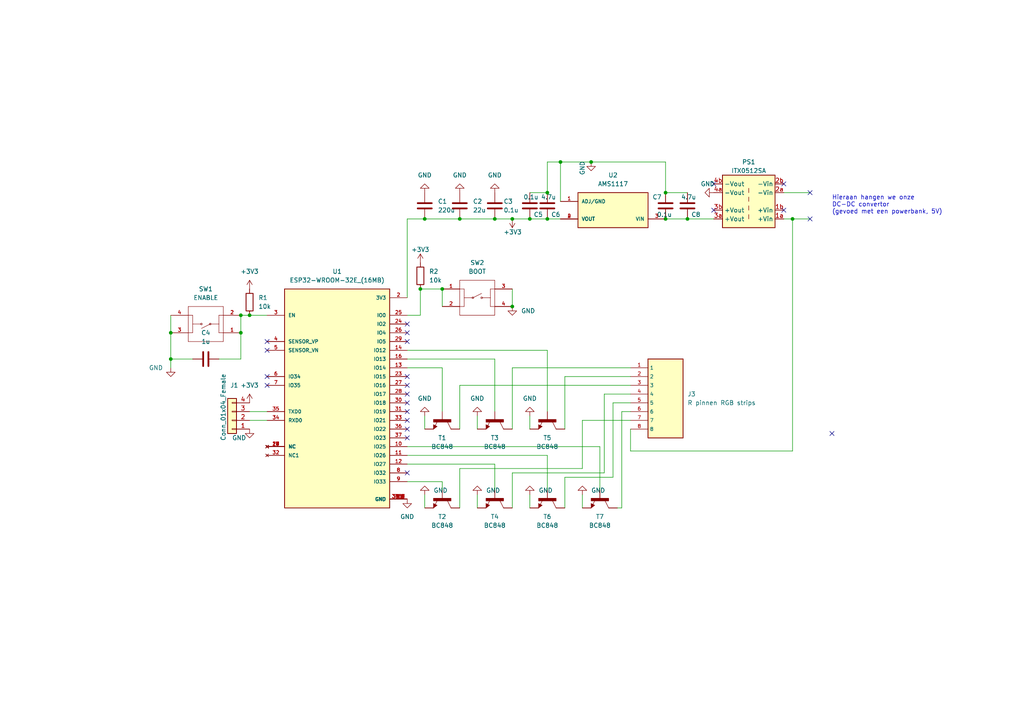
<source format=kicad_sch>
(kicad_sch (version 20211123) (generator eeschema)
  (paper "A4")
  (lib_symbols
    (symbol "1825910-6:1825910-6" (pin_names (offset 1.016) hide)
      (property "Reference" "SW" (at -5.08 5.842 0))
      (property "Value" "1825910-6" (at -5.08 -7.62 0))
      (symbol "1825910-6_0_0"
        (circle (center -1.27 0) (radius 0.254) (stroke (width 0.127)))
        (polyline (pts (xy -5.08 -5.08) (xy 5.08 -5.08)) (stroke (width 0.127)))
        (polyline (pts (xy -5.08 -2.54) (xy -5.08 -5.08)) (stroke (width 0.127)))
        (polyline (pts (xy -5.08 2.54) (xy -5.08 -2.54)) (stroke (width 0.127)))
        (polyline (pts (xy -5.08 2.54) (xy -3.81 2.54)) (stroke (width 0.127)))
        (polyline (pts (xy -5.08 5.08) (xy -5.08 2.54)) (stroke (width 0.127)))
        (polyline (pts (xy -5.08 5.08) (xy 5.08 5.08)) (stroke (width 0.127)))
        (polyline (pts (xy -3.81 -2.54) (xy -5.08 -2.54)) (stroke (width 0.127)))
        (polyline (pts (xy -3.81 0) (xy -3.81 -2.54)) (stroke (width 0.127)))
        (polyline (pts (xy -3.81 0) (xy -1.27 0)) (stroke (width 0.127)))
        (polyline (pts (xy -3.81 2.54) (xy -3.81 0)) (stroke (width 0.127)))
        (polyline (pts (xy -1.27 0) (xy 1.27 1.27)) (stroke (width 0.127)))
        (polyline (pts (xy 1.27 0) (xy 3.81 0)) (stroke (width 0.127)))
        (polyline (pts (xy 3.81 -2.54) (xy 5.08 -2.54)) (stroke (width 0.127)))
        (polyline (pts (xy 3.81 0) (xy 3.81 -2.54)) (stroke (width 0.127)))
        (polyline (pts (xy 3.81 0) (xy 3.81 2.54)) (stroke (width 0.127)))
        (polyline (pts (xy 3.81 2.54) (xy 5.08 2.54)) (stroke (width 0.127)))
        (polyline (pts (xy 5.08 -2.54) (xy 5.08 -5.08)) (stroke (width 0.127)))
        (polyline (pts (xy 5.08 2.54) (xy 5.08 -2.54)) (stroke (width 0.127)))
        (polyline (pts (xy 5.08 5.08) (xy 5.08 2.54)) (stroke (width 0.127)))
        (circle (center 1.27 0) (radius 0.254) (stroke (width 0.127)))
        (pin passive line (at -10.16 2.54 0) (length 5.08) (name "~") (number "1"))
        (pin passive line (at -10.16 -2.54 0) (length 5.08) (name "~") (number "2"))
        (pin passive line (at 10.16 2.54 180) (length 5.08) (name "~") (number "3"))
        (pin passive line (at 10.16 -2.54 180) (length 5.08) (name "~") (number "4"))
      )
    )
    (symbol "282841-5:8_pin_connector"
      (property "Reference" "U" (at -5.08 12.7 0))
      (property "Value" "8_pin_connector" (at 0 -13.97 0))
      (symbol "8_pin_connector_0_0"
        (pin passive line (at -10.16 8.89 0) (length 5.08) (name "1") (number "1"))
        (pin passive line (at -10.16 6.35 0) (length 5.08) (name "2") (number "2"))
        (pin passive line (at -10.16 3.81 0) (length 5.08) (name "3") (number "3"))
        (pin passive line (at -10.16 1.27 0) (length 5.08) (name "4") (number "4"))
        (pin passive line (at -10.16 -1.27 0) (length 5.08) (name "5") (number "5"))
        (pin passive line (at -10.16 -3.81 0) (length 5.08) (name "6") (number "6"))
        (pin passive line (at -10.16 -6.35 0) (length 5.08) (name "7") (number "7"))
        (pin passive line (at -10.16 -8.89 0) (length 5.08) (name "8") (number "8"))
      )
      (symbol "8_pin_connector_0_1"
        (rectangle (start -5.08 11.43) (end 5.08 -11.43))
        (rectangle (start -5.08 11.43) (end 5.08 -11.43) (fill (type background)))
        (polyline (pts (xy -5.08 11.43) (xy -5.08 -11.43) (xy 5.08 -11.43) (xy 5.08 11.43) (xy -5.08 11.43)) (stroke (width 0.254)))
      )
    )
    (symbol "AMS1117:AMS1117" (pin_names (offset 1.016))
      (property "Reference" "U" (at -10.16 5.588 0))
      (property "Value" "AMS1117" (at -10.16 -8.128 0))
      (symbol "AMS1117_0_0"
        (rectangle (start -10.16 -5.08) (end 10.16 5.08) (stroke (width 0.254)) (fill (type background)))
        (pin power_in line (at 15.24 -2.54 180) (length 5.08) (name "ADJ/GND") (number "1"))
        (pin output line (at 15.24 2.54 180) (length 5.08) (name "VOUT") (number "2"))
        (pin input line (at -15.24 2.54 0) (length 5.08) (name "VIN") (number "3"))
        (pin output line (at 15.24 2.54 180) (length 5.08) (name "VOUT") (number "4"))
      )
    )
    (symbol "BC848:BC848" (pin_numbers hide) (pin_names (offset 1.016) hide)
      (property "Reference" "T" (at -10.1854 7.6454 0))
      (property "Value" "BC848" (at -10.16 5.08 0))
      (symbol "BC848_0_0"
        (rectangle (start -0.254 -2.54) (end 0.508 2.54) (fill (type outline)))
        (polyline (pts (xy 1.27 -2.54) (xy 1.778 -1.524)) (stroke (width 0.1524)))
        (polyline (pts (xy 1.524 -2.413) (xy 2.286 -2.413)) (stroke (width 0.254)))
        (polyline (pts (xy 1.524 -2.286) (xy 1.905 -2.286)) (stroke (width 0.254)))
        (polyline (pts (xy 1.5494 -2.032) (xy 0.3048 -1.4224)) (stroke (width 0.1524)))
        (polyline (pts (xy 1.778 -1.778) (xy 1.524 -2.286)) (stroke (width 0.254)))
        (polyline (pts (xy 1.778 -1.524) (xy 2.54 -2.54)) (stroke (width 0.1524)))
        (polyline (pts (xy 1.905 -2.286) (xy 1.778 -2.032)) (stroke (width 0.254)))
        (polyline (pts (xy 2.286 -2.413) (xy 1.778 -1.778)) (stroke (width 0.254)))
        (polyline (pts (xy 2.54 -2.54) (xy 1.27 -2.54)) (stroke (width 0.1524)))
        (polyline (pts (xy 2.54 2.54) (xy 0.508 1.524)) (stroke (width 0.1524)))
        (pin passive line (at -2.54 0 0) (length 2.54) (name "~") (number "1"))
        (pin passive line (at 2.54 -5.08 90) (length 2.54) (name "~") (number "2"))
        (pin passive line (at 2.54 5.08 270) (length 2.54) (name "~") (number "3"))
      )
    )
    (symbol "Connector_Generic:Conn_01x04" (pin_names (offset 1.016) hide)
      (property "Reference" "J" (at 0 5.08 0))
      (property "Value" "Conn_01x04" (at 0 -7.62 0))
      (symbol "Conn_01x04_1_1"
        (rectangle (start -1.27 -4.953) (end 0 -5.207) (stroke (width 0.1524)))
        (rectangle (start -1.27 -2.413) (end 0 -2.667) (stroke (width 0.1524)))
        (rectangle (start -1.27 0.127) (end 0 -0.127) (stroke (width 0.1524)))
        (rectangle (start -1.27 2.667) (end 0 2.413) (stroke (width 0.1524)))
        (rectangle (start -1.27 3.81) (end 1.27 -6.35) (stroke (width 0.254)) (fill (type background)))
        (pin passive line (at -5.08 2.54 0) (length 3.81) (name "Pin_1") (number "1"))
        (pin passive line (at -5.08 0 0) (length 3.81) (name "Pin_2") (number "2"))
        (pin passive line (at -5.08 -2.54 0) (length 3.81) (name "Pin_3") (number "3"))
        (pin passive line (at -5.08 -5.08 0) (length 3.81) (name "Pin_4") (number "4"))
      )
    )
    (symbol "Converter_DCDC:ITX0512SA"
      (property "Reference" "PS1" (at 0 -11.43 0))
      (property "Value" "ITX0512SA" (at 0 -8.89 0))
      (symbol "ITX0512SA_0_0"
        (pin power_in line (at -10.16 5.08 0) (length 2.54) (name "+Vin") (number "1a"))
        (pin power_in line (at -10.16 2.54 0) (length 2.54) (name "+Vin") (number "1b"))
        (pin power_in line (at -10.16 -2.54 0) (length 2.54) (name "-Vin") (number "2a"))
        (pin power_in line (at -10.16 -5.08 0) (length 2.54) (name "-Vin") (number "2b"))
        (pin power_out line (at 10.16 5.08 180) (length 2.54) (name "+Vout") (number "3a"))
        (pin power_out line (at 10.16 2.54 180) (length 2.54) (name "+Vout") (number "3b"))
        (pin power_out line (at 10.16 -2.54 180) (length 2.54) (name "-Vout") (number "4a"))
        (pin power_out line (at 10.16 -5.08 180) (length 2.54) (name "-Vout") (number "4b"))
      )
      (symbol "ITX0512SA_0_1"
        (rectangle (start -7.62 7.62) (end 7.62 -7.62) (stroke (width 0.254)) (fill (type background)))
        (polyline (pts (xy 0 -2.54) (xy 0 -3.81)))
        (polyline (pts (xy 0 0) (xy 0 -1.27)))
        (polyline (pts (xy 0 2.54) (xy 0 1.27)))
        (polyline (pts (xy 0 5.08) (xy 0 3.81)))
      )
    )
    (symbol "Device:C" (pin_numbers hide) (pin_names (offset 0.254))
      (property "Reference" "C" (at 0.635 2.54 0))
      (property "Value" "C" (at 0.635 -2.54 0))
      (symbol "C_0_1"
        (polyline (pts (xy -2.032 -0.762) (xy 2.032 -0.762)) (stroke (width 0.508)))
        (polyline (pts (xy -2.032 0.762) (xy 2.032 0.762)) (stroke (width 0.508)))
      )
      (symbol "C_1_1"
        (pin passive line (at 0 3.81 270) (length 2.794) (name "~") (number "1"))
        (pin passive line (at 0 -3.81 90) (length 2.794) (name "~") (number "2"))
      )
    )
    (symbol "Device:R" (pin_numbers hide) (pin_names (offset 0))
      (property "Reference" "R" (at 2.032 0 90))
      (property "Value" "R" (at 0 0 90))
      (symbol "R_0_1"
        (rectangle (start -1.016 -2.54) (end 1.016 2.54) (stroke (width 0.254)))
      )
      (symbol "R_1_1"
        (pin passive line (at 0 3.81 270) (length 1.27) (name "~") (number "1"))
        (pin passive line (at 0 -3.81 90) (length 1.27) (name "~") (number "2"))
      )
    )
    (symbol "ESP32-WROOM-32E__16MB_:ESP32-WROOM-32E_(16MB)" (pin_names (offset 1.016))
      (property "Reference" "U" (at -15.24 33.909 0))
      (property "Value" "ESP32-WROOM-32E_(16MB)" (at -15.24 -33.02 0))
      (symbol "ESP32-WROOM-32E_(16MB)_0_0"
        (rectangle (start -15.24 -30.48) (end 15.24 33.02) (stroke (width 0.254)) (fill (type background)))
        (pin power_in line (at 20.32 -27.94 180) (length 5.08) (name "GND") (number "1"))
        (pin bidirectional line (at 20.32 -12.7 180) (length 5.08) (name "IO25") (number "10"))
        (pin bidirectional line (at 20.32 -15.24 180) (length 5.08) (name "IO26") (number "11"))
        (pin bidirectional line (at 20.32 -17.78 180) (length 5.08) (name "IO27") (number "12"))
        (pin bidirectional line (at 20.32 10.16 180) (length 5.08) (name "IO14") (number "13"))
        (pin bidirectional line (at 20.32 15.24 180) (length 5.08) (name "IO12") (number "14"))
        (pin power_in line (at 20.32 -27.94 180) (length 5.08) (name "GND") (number "15"))
        (pin bidirectional line (at 20.32 12.7 180) (length 5.08) (name "IO13") (number "16"))
        (pin no_connect line (at -20.32 -12.7 0) (length 5.08) (name "NC") (number "17"))
        (pin no_connect line (at -20.32 -12.7 0) (length 5.08) (name "NC") (number "18"))
        (pin no_connect line (at -20.32 -12.7 0) (length 5.08) (name "NC") (number "19"))
        (pin power_in line (at 20.32 30.48 180) (length 5.08) (name "3V3") (number "2"))
        (pin no_connect line (at -20.32 -12.7 0) (length 5.08) (name "NC") (number "20"))
        (pin no_connect line (at -20.32 -12.7 0) (length 5.08) (name "NC") (number "21"))
        (pin no_connect line (at -20.32 -12.7 0) (length 5.08) (name "NC") (number "22"))
        (pin bidirectional line (at 20.32 7.62 180) (length 5.08) (name "IO15") (number "23"))
        (pin bidirectional line (at 20.32 22.86 180) (length 5.08) (name "IO2") (number "24"))
        (pin bidirectional line (at 20.32 25.4 180) (length 5.08) (name "IO0") (number "25"))
        (pin bidirectional line (at 20.32 20.32 180) (length 5.08) (name "IO4") (number "26"))
        (pin bidirectional line (at 20.32 5.08 180) (length 5.08) (name "IO16") (number "27"))
        (pin bidirectional line (at 20.32 2.54 180) (length 5.08) (name "IO17") (number "28"))
        (pin bidirectional line (at 20.32 17.78 180) (length 5.08) (name "IO5") (number "29"))
        (pin input line (at -20.32 25.4 0) (length 5.08) (name "EN") (number "3"))
        (pin bidirectional line (at 20.32 0 180) (length 5.08) (name "IO18") (number "30"))
        (pin bidirectional line (at 20.32 -2.54 180) (length 5.08) (name "IO19") (number "31"))
        (pin no_connect line (at -20.32 -15.24 0) (length 5.08) (name "NC1") (number "32"))
        (pin bidirectional line (at 20.32 -5.08 180) (length 5.08) (name "IO21") (number "33"))
        (pin bidirectional line (at -20.32 -5.08 0) (length 5.08) (name "RXD0") (number "34"))
        (pin bidirectional line (at -20.32 -2.54 0) (length 5.08) (name "TXD0") (number "35"))
        (pin bidirectional line (at 20.32 -7.62 180) (length 5.08) (name "IO22") (number "36"))
        (pin bidirectional line (at 20.32 -10.16 180) (length 5.08) (name "IO23") (number "37"))
        (pin power_in line (at 20.32 -27.94 180) (length 5.08) (name "GND") (number "38"))
        (pin power_in line (at 20.32 -27.94 180) (length 5.08) (name "GND") (number "39_1"))
        (pin power_in line (at 20.32 -27.94 180) (length 5.08) (name "GND") (number "39_2"))
        (pin power_in line (at 20.32 -27.94 180) (length 5.08) (name "GND") (number "39_3"))
        (pin power_in line (at 20.32 -27.94 180) (length 5.08) (name "GND") (number "39_4"))
        (pin power_in line (at 20.32 -27.94 180) (length 5.08) (name "GND") (number "39_5"))
        (pin power_in line (at 20.32 -27.94 180) (length 5.08) (name "GND") (number "39_6"))
        (pin power_in line (at 20.32 -27.94 180) (length 5.08) (name "GND") (number "39_7"))
        (pin power_in line (at 20.32 -27.94 180) (length 5.08) (name "GND") (number "39_8"))
        (pin power_in line (at 20.32 -27.94 180) (length 5.08) (name "GND") (number "39_9"))
        (pin input line (at -20.32 17.78 0) (length 5.08) (name "SENSOR_VP") (number "4"))
        (pin input line (at -20.32 15.24 0) (length 5.08) (name "SENSOR_VN") (number "5"))
        (pin input line (at -20.32 7.62 0) (length 5.08) (name "IO34") (number "6"))
        (pin input line (at -20.32 5.08 0) (length 5.08) (name "IO35") (number "7"))
        (pin bidirectional line (at 20.32 -20.32 180) (length 5.08) (name "IO32") (number "8"))
        (pin bidirectional line (at 20.32 -22.86 180) (length 5.08) (name "IO33") (number "9"))
      )
    )
    (symbol "power:+3V3" (power) (pin_names (offset 0))
      (property "Value" "+3V3" (at 0 3.556 0))
      (symbol "+3V3_0_1"
        (polyline (pts (xy -0.762 1.27) (xy 0 2.54)))
        (polyline (pts (xy 0 0) (xy 0 2.54)))
        (polyline (pts (xy 0 2.54) (xy 0.762 1.27)))
      )
      (symbol "+3V3_1_1"
        (pin power_in line (at 0 0 90) (length 0) hide (name "+3V3") (number "1"))
      )
    )
    (symbol "power:GND" (power) (pin_names (offset 0))
      (property "Value" "GND" (at 0 -3.81 0))
      (symbol "GND_0_1"
        (polyline (pts (xy 0 0) (xy 0 -1.27) (xy 1.27 -1.27) (xy 0 -2.54) (xy -1.27 -1.27) (xy 0 -1.27)))
      )
      (symbol "GND_1_1"
        (pin power_in line (at 0 0 270) (length 0) hide (name "GND") (number "1"))
      )
    )
  )
  (junction (at 193.04 55.88))
  (junction (at 148.59 88.9))
  (junction (at 133.35 63.5))
  (junction (at 69.85 91.44))
  (junction (at 69.85 96.52))
  (junction (at 123.19 63.5))
  (junction (at 158.75 63.5))
  (junction (at 121.92 83.82))
  (junction (at 143.51 63.5))
  (junction (at 162.56 46.99))
  (junction (at 199.39 63.5))
  (junction (at 49.53 104.14))
  (junction (at 128.27 83.82))
  (junction (at 229.87 63.5))
  (junction (at 171.45 46.99))
  (junction (at 153.67 63.5))
  (junction (at 72.39 91.44))
  (junction (at 158.75 55.88))
  (junction (at 49.53 96.52))
  (junction (at 193.04 63.5))
  (junction (at 148.59 63.5))
  (no_connect (at 227.33 53.34))
  (no_connect (at 207.01 53.34))
  (no_connect (at 227.33 60.96))
  (no_connect (at 234.95 63.5))
  (no_connect (at 234.95 55.88))
  (no_connect (at 207.01 60.96))
  (no_connect (at 241.3 125.73))
  (no_connect (at 77.47 109.22))
  (no_connect (at 77.47 111.76))
  (no_connect (at 77.47 99.06))
  (no_connect (at 77.47 101.6))
  (no_connect (at 118.11 119.38))
  (no_connect (at 118.11 121.92))
  (no_connect (at 118.11 124.46))
  (no_connect (at 118.11 127))
  (no_connect (at 118.11 137.16))
  (no_connect (at 118.11 111.76))
  (no_connect (at 118.11 116.84))
  (no_connect (at 118.11 109.22))
  (no_connect (at 118.11 114.3))
  (no_connect (at 118.11 96.52))
  (no_connect (at 118.11 99.06))
  (no_connect (at 118.11 93.98))
  (wire (pts (xy 175.26 137.16) (xy 175.26 114.3)))
  (wire (pts (xy 118.11 91.44) (xy 121.92 91.44)))
  (wire (pts (xy 158.75 46.99) (xy 158.75 55.88)))
  (wire (pts (xy 148.59 137.16) (xy 175.26 137.16)))
  (wire (pts (xy 133.35 147.32) (xy 133.35 135.89)))
  (wire (pts (xy 199.39 63.5) (xy 193.04 63.5)))
  (wire (pts (xy 121.92 83.82) (xy 121.92 91.44)))
  (wire (pts (xy 49.53 104.14) (xy 49.53 106.68)))
  (wire (pts (xy 143.51 134.62) (xy 143.51 142.24)))
  (wire (pts (xy 133.35 111.76) (xy 182.88 111.76)))
  (wire (pts (xy 49.53 96.52) (xy 49.53 91.44)))
  (wire (pts (xy 69.85 104.14) (xy 69.85 96.52)))
  (wire (pts (xy 162.56 46.99) (xy 162.56 58.42)))
  (wire (pts (xy 123.19 63.5) (xy 133.35 63.5)))
  (wire (pts (xy 148.59 63.5) (xy 153.67 63.5)))
  (wire (pts (xy 128.27 139.7) (xy 128.27 142.24)))
  (wire (pts (xy 153.67 120.65) (xy 153.67 124.46)))
  (wire (pts (xy 121.92 83.82) (xy 128.27 83.82)))
  (wire (pts (xy 229.87 63.5) (xy 234.95 63.5)))
  (wire (pts (xy 138.43 120.65) (xy 138.43 124.46)))
  (wire (pts (xy 180.34 119.38) (xy 182.88 119.38)))
  (wire (pts (xy 148.59 63.5) (xy 143.51 63.5)))
  (wire (pts (xy 128.27 83.82) (xy 128.27 88.9)))
  (wire (pts (xy 72.39 119.38) (xy 77.47 119.38)))
  (wire (pts (xy 148.59 147.32) (xy 148.59 137.16)))
  (wire (pts (xy 118.11 106.68) (xy 128.27 106.68)))
  (wire (pts (xy 182.88 130.81) (xy 182.88 124.46)))
  (wire (pts (xy 173.99 129.54) (xy 173.99 142.24)))
  (wire (pts (xy 177.8 138.43) (xy 177.8 116.84)))
  (wire (pts (xy 227.33 55.88) (xy 234.95 55.88)))
  (wire (pts (xy 171.45 46.99) (xy 162.56 46.99)))
  (wire (pts (xy 158.75 101.6) (xy 158.75 119.38)))
  (wire (pts (xy 49.53 104.14) (xy 55.88 104.14)))
  (wire (pts (xy 163.83 109.22) (xy 182.88 109.22)))
  (wire (pts (xy 227.33 63.5) (xy 229.87 63.5)))
  (wire (pts (xy 153.67 143.51) (xy 153.67 147.32)))
  (wire (pts (xy 133.35 135.89) (xy 168.91 135.89)))
  (wire (pts (xy 118.11 104.14) (xy 143.51 104.14)))
  (wire (pts (xy 153.67 55.88) (xy 158.75 55.88)))
  (wire (pts (xy 128.27 106.68) (xy 128.27 119.38)))
  (wire (pts (xy 72.39 121.92) (xy 77.47 121.92)))
  (wire (pts (xy 118.11 101.6) (xy 158.75 101.6)))
  (wire (pts (xy 180.34 147.32) (xy 180.34 119.38)))
  (wire (pts (xy 168.91 143.51) (xy 168.91 147.32)))
  (wire (pts (xy 133.35 63.5) (xy 143.51 63.5)))
  (wire (pts (xy 118.11 139.7) (xy 128.27 139.7)))
  (wire (pts (xy 118.11 63.5) (xy 123.19 63.5)))
  (wire (pts (xy 168.91 135.89) (xy 168.91 121.92)))
  (wire (pts (xy 177.8 116.84) (xy 182.88 116.84)))
  (wire (pts (xy 118.11 63.5) (xy 118.11 86.36)))
  (wire (pts (xy 148.59 106.68) (xy 182.88 106.68)))
  (wire (pts (xy 168.91 121.92) (xy 182.88 121.92)))
  (wire (pts (xy 69.85 96.52) (xy 69.85 91.44)))
  (wire (pts (xy 138.43 143.51) (xy 138.43 147.32)))
  (wire (pts (xy 158.75 132.08) (xy 158.75 142.24)))
  (wire (pts (xy 163.83 147.32) (xy 163.83 138.43)))
  (wire (pts (xy 163.83 124.46) (xy 163.83 109.22)))
  (wire (pts (xy 193.04 55.88) (xy 193.04 46.99)))
  (wire (pts (xy 193.04 46.99) (xy 171.45 46.99)))
  (wire (pts (xy 229.87 130.81) (xy 182.88 130.81)))
  (wire (pts (xy 162.56 46.99) (xy 158.75 46.99)))
  (wire (pts (xy 158.75 63.5) (xy 162.56 63.5)))
  (wire (pts (xy 69.85 91.44) (xy 72.39 91.44)))
  (wire (pts (xy 163.83 138.43) (xy 177.8 138.43)))
  (wire (pts (xy 63.5 104.14) (xy 69.85 104.14)))
  (wire (pts (xy 148.59 124.46) (xy 148.59 106.68)))
  (wire (pts (xy 229.87 63.5) (xy 229.87 130.81)))
  (wire (pts (xy 118.11 134.62) (xy 143.51 134.62)))
  (wire (pts (xy 207.01 63.5) (xy 199.39 63.5)))
  (wire (pts (xy 143.51 104.14) (xy 143.51 119.38)))
  (wire (pts (xy 123.19 120.65) (xy 123.19 124.46)))
  (wire (pts (xy 118.11 132.08) (xy 158.75 132.08)))
  (wire (pts (xy 179.07 147.32) (xy 180.34 147.32)))
  (wire (pts (xy 123.19 143.51) (xy 123.19 147.32)))
  (wire (pts (xy 175.26 114.3) (xy 182.88 114.3)))
  (wire (pts (xy 148.59 83.82) (xy 148.59 88.9)))
  (wire (pts (xy 118.11 129.54) (xy 173.99 129.54)))
  (wire (pts (xy 133.35 124.46) (xy 133.35 111.76)))
  (wire (pts (xy 153.67 63.5) (xy 158.75 63.5)))
  (wire (pts (xy 49.53 96.52) (xy 49.53 104.14)))
  (wire (pts (xy 72.39 91.44) (xy 77.47 91.44)))
  (wire (pts (xy 193.04 55.88) (xy 199.39 55.88)))
  (text "Hieraan hangen we onze\nDC-DC convertor \n(gevoed met een powerbank, 5V)" (at 241.3 62.23 0) (effects (font (size 1.27 1.27)) (justify left bottom)))
  (symbol (lib_id "power:GND") (at 143.51 55.88 180) (unit 1)
    (property "Reference" "#PWR010" (effects hide))
    (property "Value" "GND" (at 143.51 50.8 0))
  )
  (symbol (lib_id "power:GND") (at 171.45 46.99 0) (unit 1)
    (property "Reference" "#PWR0105" (effects hide))
    (property "Value" "GND" (at 168.91 50.8 90) (effects (justify left)))
  )
  (symbol (lib_id "Device:R") (at 72.39 87.63 0) (unit 1)
    (property "Reference" "R1" (at 74.93 86.3599 0) (effects (justify left)))
    (property "Value" "10k" (at 74.93 88.8999 0) (effects (justify left)))
    (property "Footprint" "Resistor_SMD:R_0805_2012Metric" (effects hide))
  )
  (symbol (lib_id "power:+3V3") (at 72.39 116.84 0) (unit 1)
    (property "Reference" "#PWR0102" (effects hide))
    (property "Value" "+3V3" (at 72.39 111.76 0))
  )
  (symbol (lib_id "BC848:BC848") (at 128.27 121.92 270) (unit 1)
    (property "Reference" "T1" (at 128.27 127 90))
    (property "Value" "BC848" (at 128.27 129.54 90))
    (property "Footprint" "libraries:SOT23" (effects hide))
  )
  (symbol (lib_id "power:GND") (at 148.59 88.9 0) (unit 1)
    (property "Reference" "#PWR0101" (effects hide))
    (property "Value" "GND" (at 151.13 90.1699 0) (effects (justify left)))
  )
  (symbol (lib_id "282841-5:8_pin_connector") (at 193.04 115.57 0) (unit 1)
    (property "Reference" "J3" (at 199.39 114.2999 0) (effects (justify left)))
    (property "Value" "R pinnen RGB strips" (at 199.39 116.8399 0) (effects (justify left)))
    (property "Footprint" "libraries:TE_282841-8" (effects hide))
  )
  (symbol (lib_id "power:GND") (at 207.01 55.88 270) (unit 1)
    (property "Reference" "#PWR0109" (effects hide))
    (property "Value" "GND" (at 203.2 53.34 90) (effects (justify left)))
  )
  (symbol (lib_id "ESP32-WROOM-32E__16MB_:ESP32-WROOM-32E_(16MB)") (at 97.79 116.84 0) (unit 1)
    (property "Reference" "U1" (at 97.79 78.74 0))
    (property "Value" "ESP32-WROOM-32E_(16MB)" (at 97.79 81.28 0))
    (property "Footprint" "libraries:XCVR_ESP32-WROOM-32E_(16MB)" (effects hide))
    (property "PARTREV" "1.4" (effects hide))
    (property "STANDARD" "Manufacturer Recommendations" (effects hide))
    (property "MAXIMUM_PACKAGE_HEIGHT" "3.25mm" (effects hide))
    (property "MANUFACTURER" "Espressif Systems" (effects hide))
  )
  (symbol (lib_id "1825910-6:1825910-6") (at 138.43 86.36 0) (unit 1)
    (property "Reference" "SW2" (at 138.43 76.2 0))
    (property "Value" "BOOT" (at 138.43 78.74 0))
    (property "Footprint" "libraries:SW_1825910-6-4" (effects hide))
    (property "Comment" "1825910-6" (effects hide))
  )
  (symbol (lib_id "Device:C") (at 193.04 59.69 0) (unit 1)
    (property "Reference" "C7" (at 189.23 57.15 0) (effects (justify left)))
    (property "Value" "0.1u" (at 190.5 62.23 0) (effects (justify left)))
    (property "Footprint" "Capacitor_SMD:C_0805_2012Metric" (effects hide))
  )
  (symbol (lib_id "BC848:BC848") (at 158.75 144.78 270) (unit 1)
    (property "Reference" "T6" (at 158.75 149.86 90))
    (property "Value" "BC848" (at 158.75 152.4 90))
    (property "Footprint" "libraries:SOT23" (effects hide))
  )
  (symbol (lib_id "power:+3V3") (at 121.92 76.2 0) (unit 1)
    (property "Reference" "#PWR0106" (effects hide))
    (property "Value" "+3V3" (at 121.92 72.39 0))
  )
  (symbol (lib_id "Connector_Generic:Conn_01x04") (at 67.31 121.92 180) (unit 1)
    (property "Reference" "J1" (at 67.945 111.76 0))
    (property "Value" "Conn_01x04_Female" (at 64.77 118.11 90))
    (property "Footprint" "Connector_PinHeader_2.54mm:PinHeader_1x04_P2.54mm_Vertical" (effects hide))
  )
  (symbol (lib_id "Device:C") (at 133.35 59.69 180) (unit 1)
    (property "Reference" "C2" (at 137.16 58.4199 0) (effects (justify right)))
    (property "Value" "22u" (at 137.16 60.9599 0) (effects (justify right)))
    (property "Footprint" "Capacitor_SMD:C_0805_2012Metric" (effects hide))
  )
  (symbol (lib_id "power:GND") (at 168.91 143.51 180) (unit 1)
    (property "Reference" "#PWR014" (effects hide))
    (property "Value" "GND" (at 171.45 142.2399 0) (effects (justify right)))
  )
  (symbol (lib_id "AMS1117:AMS1117") (at 177.8 60.96 180) (unit 1)
    (property "Reference" "U2" (at 177.8 50.8 0))
    (property "Value" "AMS1117" (at 177.8 53.34 0))
    (property "Footprint" "libraries:SOT229P700X180-4N" (effects hide))
    (property "MANUFACTURER" "AMS" (effects hide))
    (property "MAXIMUM_PACKAGE_HEIGHT" "1.8mm" (effects hide))
    (property "PARTREV" "N/A" (effects hide))
    (property "STANDARD" "IPC-7351B" (effects hide))
  )
  (symbol (lib_id "power:GND") (at 72.39 124.46 0) (unit 1)
    (property "Reference" "#PWR0103" (effects hide))
    (property "Value" "GND" (at 67.31 127 0) (effects (justify left)))
  )
  (symbol (lib_id "power:+3V3") (at 72.39 83.82 0) (unit 1)
    (property "Reference" "#PWR0107" (effects hide))
    (property "Value" "+3V3" (at 72.39 78.74 0))
  )
  (symbol (lib_id "power:GND") (at 153.67 120.65 180) (unit 1)
    (property "Reference" "#PWR011" (effects hide))
    (property "Value" "GND" (at 153.67 115.57 0))
  )
  (symbol (lib_id "power:GND") (at 138.43 120.65 180) (unit 1)
    (property "Reference" "#PWR08" (effects hide))
    (property "Value" "GND" (at 138.43 115.57 0))
  )
  (symbol (lib_id "Device:C") (at 158.75 59.69 180) (unit 1)
    (property "Reference" "C6" (at 162.56 62.23 0) (effects (justify left)))
    (property "Value" "4.7u" (at 161.29 57.15 0) (effects (justify left)))
    (property "Footprint" "Capacitor_SMD:C_0805_2012Metric" (effects hide))
  )
  (symbol (lib_id "power:GND") (at 123.19 143.51 180) (unit 1)
    (property "Reference" "#PWR05" (effects hide))
    (property "Value" "GND" (at 125.73 142.2399 0) (effects (justify right)))
  )
  (symbol (lib_id "power:GND") (at 118.11 144.78 0) (unit 1)
    (property "Reference" "#PWR02" (effects hide))
    (property "Value" "GND" (at 118.11 149.86 0))
  )
  (symbol (lib_id "BC848:BC848") (at 143.51 144.78 270) (unit 1)
    (property "Reference" "T4" (at 143.51 149.86 90))
    (property "Value" "BC848" (at 143.51 152.4 90))
    (property "Footprint" "libraries:SOT23" (effects hide))
  )
  (symbol (lib_id "Device:C") (at 199.39 59.69 180) (unit 1)
    (property "Reference" "C8" (at 203.2 62.23 0) (effects (justify left)))
    (property "Value" "4.7u" (at 201.93 57.15 0) (effects (justify left)))
    (property "Footprint" "Capacitor_SMD:C_0805_2012Metric" (effects hide))
  )
  (symbol (lib_id "power:GND") (at 133.35 55.88 180) (unit 1)
    (property "Reference" "#PWR07" (effects hide))
    (property "Value" "GND" (at 133.35 50.8 0))
  )
  (symbol (lib_id "power:+3V3") (at 148.59 63.5 180) (unit 1)
    (property "Reference" "#PWR0104" (effects hide))
    (property "Value" "+3V3" (at 146.05 67.31 0) (effects (justify right)))
  )
  (symbol (lib_id "BC848:BC848") (at 158.75 121.92 270) (unit 1)
    (property "Reference" "T5" (at 158.75 127 90))
    (property "Value" "BC848" (at 158.75 129.54 90))
    (property "Footprint" "libraries:SOT23" (effects hide))
  )
  (symbol (lib_id "BC848:BC848") (at 173.99 144.78 270) (unit 1)
    (property "Reference" "T7" (at 173.99 149.86 90))
    (property "Value" "BC848" (at 173.99 152.4 90))
    (property "Footprint" "libraries:SOT23" (effects hide))
  )
  (symbol (lib_id "Device:C") (at 143.51 59.69 180) (unit 1)
    (property "Reference" "C3" (at 146.05 58.42 0) (effects (justify right)))
    (property "Value" "0.1u" (at 146.05 60.96 0) (effects (justify right)))
    (property "Footprint" "Capacitor_SMD:C_0805_2012Metric" (effects hide))
  )
  (symbol (lib_id "Device:R") (at 121.92 80.01 0) (unit 1)
    (property "Reference" "R2" (at 124.46 78.7399 0) (effects (justify left)))
    (property "Value" "10k" (at 124.46 81.2799 0) (effects (justify left)))
    (property "Footprint" "Resistor_SMD:R_0805_2012Metric" (effects hide))
  )
  (symbol (lib_id "BC848:BC848") (at 128.27 144.78 270) (unit 1)
    (property "Reference" "T2" (at 128.27 149.86 90))
    (property "Value" "BC848" (at 128.27 152.4 90))
    (property "Footprint" "libraries:SOT23" (effects hide))
  )
  (symbol (lib_id "Device:C") (at 123.19 59.69 180) (unit 1)
    (property "Reference" "C1" (at 127 58.4199 0) (effects (justify right)))
    (property "Value" "220u" (at 127 60.9599 0) (effects (justify right)))
    (property "Footprint" "Capacitor_SMD:C_0805_2012Metric" (effects hide))
  )
  (symbol (lib_id "power:GND") (at 123.19 120.65 180) (unit 1)
    (property "Reference" "#PWR04" (effects hide))
    (property "Value" "GND" (at 123.19 115.57 0))
  )
  (symbol (lib_id "BC848:BC848") (at 143.51 121.92 270) (unit 1)
    (property "Reference" "T3" (at 143.51 127 90))
    (property "Value" "BC848" (at 143.51 129.54 90))
    (property "Footprint" "libraries:SOT23" (effects hide))
  )
  (symbol (lib_id "power:GND") (at 153.67 143.51 180) (unit 1)
    (property "Reference" "#PWR012" (effects hide))
    (property "Value" "GND" (at 156.21 142.2399 0) (effects (justify right)))
  )
  (symbol (lib_id "Converter_DCDC:ITX0512SA") (at 217.17 58.42 180) (unit 1)
    (property "Reference" "PS1" (at 217.17 46.99 0))
    (property "Value" "ITX0512SA" (at 217.17 49.53 0))
    (property "Footprint" "libraries:Buck Converter" (effects hide))
  )
  (symbol (lib_id "power:GND") (at 49.53 106.68 0) (unit 1)
    (property "Reference" "#PWR0108" (effects hide))
    (property "Value" "GND" (at 43.18 106.68 0) (effects (justify left)))
  )
  (symbol (lib_id "power:GND") (at 123.19 55.88 180) (unit 1)
    (property "Reference" "#PWR03" (effects hide))
    (property "Value" "GND" (at 123.19 50.8 0))
  )
  (symbol (lib_id "power:GND") (at 138.43 143.51 180) (unit 1)
    (property "Reference" "#PWR09" (effects hide))
    (property "Value" "GND" (at 140.97 142.2399 0) (effects (justify right)))
  )
  (symbol (lib_id "Device:C") (at 153.67 59.69 180) (unit 1)
    (property "Reference" "C5" (at 157.48 62.23 0) (effects (justify left)))
    (property "Value" "0.1u" (at 156.21 57.15 0) (effects (justify left)))
    (property "Footprint" "Capacitor_SMD:C_0805_2012Metric" (effects hide))
  )
  (symbol (lib_id "Device:C") (at 59.69 104.14 90) (unit 1)
    (property "Reference" "C4" (at 59.69 96.52 90))
    (property "Value" "1u" (at 59.69 99.06 90))
    (property "Footprint" "Capacitor_SMD:C_0805_2012Metric" (effects hide))
  )
  (symbol (lib_id "1825910-6:1825910-6") (at 59.69 93.98 180) (unit 1)
    (property "Reference" "SW1" (at 59.69 83.82 0))
    (property "Value" "ENABLE" (at 59.69 86.36 0))
    (property "Footprint" "libraries:SW_1825910-6-4" (effects hide))
    (property "Comment" "1825910-6" (effects hide))
  )
)
</source>
